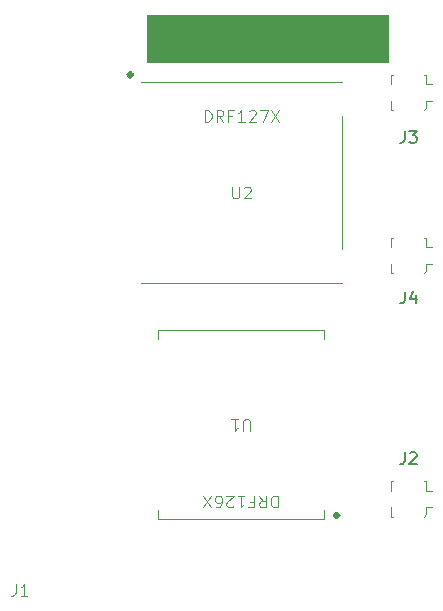
<source format=gbr>
%TF.GenerationSoftware,KiCad,Pcbnew,9.0.3*%
%TF.CreationDate,2025-08-29T17:45:50+02:00*%
%TF.ProjectId,RadioHAT_Card_Dorji,52616469-6f48-4415-945f-436172645f44,rev?*%
%TF.SameCoordinates,Original*%
%TF.FileFunction,Legend,Top*%
%TF.FilePolarity,Positive*%
%FSLAX46Y46*%
G04 Gerber Fmt 4.6, Leading zero omitted, Abs format (unit mm)*
G04 Created by KiCad (PCBNEW 9.0.3) date 2025-08-29 17:45:50*
%MOMM*%
%LPD*%
G01*
G04 APERTURE LIST*
%ADD10C,0.100000*%
%ADD11C,0.150000*%
%ADD12C,0.120000*%
%ADD13C,0.350000*%
G04 APERTURE END LIST*
D10*
X122600000Y-70000000D02*
X143000000Y-70000000D01*
X143000000Y-74000000D01*
X122600000Y-74000000D01*
X122600000Y-70000000D01*
G36*
X122600000Y-70000000D02*
G01*
X143000000Y-70000000D01*
X143000000Y-74000000D01*
X122600000Y-74000000D01*
X122600000Y-70000000D01*
G37*
X111516666Y-118207419D02*
X111516666Y-118921704D01*
X111516666Y-118921704D02*
X111469047Y-119064561D01*
X111469047Y-119064561D02*
X111373809Y-119159800D01*
X111373809Y-119159800D02*
X111230952Y-119207419D01*
X111230952Y-119207419D02*
X111135714Y-119207419D01*
X112516666Y-119207419D02*
X111945238Y-119207419D01*
X112230952Y-119207419D02*
X112230952Y-118207419D01*
X112230952Y-118207419D02*
X112135714Y-118350276D01*
X112135714Y-118350276D02*
X112040476Y-118445514D01*
X112040476Y-118445514D02*
X111945238Y-118493133D01*
D11*
X144466666Y-93442319D02*
X144466666Y-94156604D01*
X144466666Y-94156604D02*
X144419047Y-94299461D01*
X144419047Y-94299461D02*
X144323809Y-94394700D01*
X144323809Y-94394700D02*
X144180952Y-94442319D01*
X144180952Y-94442319D02*
X144085714Y-94442319D01*
X145371428Y-93775652D02*
X145371428Y-94442319D01*
X145133333Y-93394700D02*
X144895238Y-94108985D01*
X144895238Y-94108985D02*
X145514285Y-94108985D01*
X144466666Y-107054819D02*
X144466666Y-107769104D01*
X144466666Y-107769104D02*
X144419047Y-107911961D01*
X144419047Y-107911961D02*
X144323809Y-108007200D01*
X144323809Y-108007200D02*
X144180952Y-108054819D01*
X144180952Y-108054819D02*
X144085714Y-108054819D01*
X144895238Y-107150057D02*
X144942857Y-107102438D01*
X144942857Y-107102438D02*
X145038095Y-107054819D01*
X145038095Y-107054819D02*
X145276190Y-107054819D01*
X145276190Y-107054819D02*
X145371428Y-107102438D01*
X145371428Y-107102438D02*
X145419047Y-107150057D01*
X145419047Y-107150057D02*
X145466666Y-107245295D01*
X145466666Y-107245295D02*
X145466666Y-107340533D01*
X145466666Y-107340533D02*
X145419047Y-107483390D01*
X145419047Y-107483390D02*
X144847619Y-108054819D01*
X144847619Y-108054819D02*
X145466666Y-108054819D01*
D10*
X131361904Y-105242580D02*
X131361904Y-104433057D01*
X131361904Y-104433057D02*
X131314285Y-104337819D01*
X131314285Y-104337819D02*
X131266666Y-104290200D01*
X131266666Y-104290200D02*
X131171428Y-104242580D01*
X131171428Y-104242580D02*
X130980952Y-104242580D01*
X130980952Y-104242580D02*
X130885714Y-104290200D01*
X130885714Y-104290200D02*
X130838095Y-104337819D01*
X130838095Y-104337819D02*
X130790476Y-104433057D01*
X130790476Y-104433057D02*
X130790476Y-105242580D01*
X129790476Y-104242580D02*
X130361904Y-104242580D01*
X130076190Y-104242580D02*
X130076190Y-105242580D01*
X130076190Y-105242580D02*
X130171428Y-105099723D01*
X130171428Y-105099723D02*
X130266666Y-105004485D01*
X130266666Y-105004485D02*
X130361904Y-104956866D01*
X133696115Y-110727580D02*
X133696115Y-111727580D01*
X133696115Y-111727580D02*
X133458020Y-111727580D01*
X133458020Y-111727580D02*
X133315163Y-111679961D01*
X133315163Y-111679961D02*
X133219925Y-111584723D01*
X133219925Y-111584723D02*
X133172306Y-111489485D01*
X133172306Y-111489485D02*
X133124687Y-111299009D01*
X133124687Y-111299009D02*
X133124687Y-111156152D01*
X133124687Y-111156152D02*
X133172306Y-110965676D01*
X133172306Y-110965676D02*
X133219925Y-110870438D01*
X133219925Y-110870438D02*
X133315163Y-110775200D01*
X133315163Y-110775200D02*
X133458020Y-110727580D01*
X133458020Y-110727580D02*
X133696115Y-110727580D01*
X132124687Y-110727580D02*
X132458020Y-111203771D01*
X132696115Y-110727580D02*
X132696115Y-111727580D01*
X132696115Y-111727580D02*
X132315163Y-111727580D01*
X132315163Y-111727580D02*
X132219925Y-111679961D01*
X132219925Y-111679961D02*
X132172306Y-111632342D01*
X132172306Y-111632342D02*
X132124687Y-111537104D01*
X132124687Y-111537104D02*
X132124687Y-111394247D01*
X132124687Y-111394247D02*
X132172306Y-111299009D01*
X132172306Y-111299009D02*
X132219925Y-111251390D01*
X132219925Y-111251390D02*
X132315163Y-111203771D01*
X132315163Y-111203771D02*
X132696115Y-111203771D01*
X131362782Y-111251390D02*
X131696115Y-111251390D01*
X131696115Y-110727580D02*
X131696115Y-111727580D01*
X131696115Y-111727580D02*
X131219925Y-111727580D01*
X130315163Y-110727580D02*
X130886591Y-110727580D01*
X130600877Y-110727580D02*
X130600877Y-111727580D01*
X130600877Y-111727580D02*
X130696115Y-111584723D01*
X130696115Y-111584723D02*
X130791353Y-111489485D01*
X130791353Y-111489485D02*
X130886591Y-111441866D01*
X129934210Y-111632342D02*
X129886591Y-111679961D01*
X129886591Y-111679961D02*
X129791353Y-111727580D01*
X129791353Y-111727580D02*
X129553258Y-111727580D01*
X129553258Y-111727580D02*
X129458020Y-111679961D01*
X129458020Y-111679961D02*
X129410401Y-111632342D01*
X129410401Y-111632342D02*
X129362782Y-111537104D01*
X129362782Y-111537104D02*
X129362782Y-111441866D01*
X129362782Y-111441866D02*
X129410401Y-111299009D01*
X129410401Y-111299009D02*
X129981829Y-110727580D01*
X129981829Y-110727580D02*
X129362782Y-110727580D01*
X128505639Y-111727580D02*
X128696115Y-111727580D01*
X128696115Y-111727580D02*
X128791353Y-111679961D01*
X128791353Y-111679961D02*
X128838972Y-111632342D01*
X128838972Y-111632342D02*
X128934210Y-111489485D01*
X128934210Y-111489485D02*
X128981829Y-111299009D01*
X128981829Y-111299009D02*
X128981829Y-110918057D01*
X128981829Y-110918057D02*
X128934210Y-110822819D01*
X128934210Y-110822819D02*
X128886591Y-110775200D01*
X128886591Y-110775200D02*
X128791353Y-110727580D01*
X128791353Y-110727580D02*
X128600877Y-110727580D01*
X128600877Y-110727580D02*
X128505639Y-110775200D01*
X128505639Y-110775200D02*
X128458020Y-110822819D01*
X128458020Y-110822819D02*
X128410401Y-110918057D01*
X128410401Y-110918057D02*
X128410401Y-111156152D01*
X128410401Y-111156152D02*
X128458020Y-111251390D01*
X128458020Y-111251390D02*
X128505639Y-111299009D01*
X128505639Y-111299009D02*
X128600877Y-111346628D01*
X128600877Y-111346628D02*
X128791353Y-111346628D01*
X128791353Y-111346628D02*
X128886591Y-111299009D01*
X128886591Y-111299009D02*
X128934210Y-111251390D01*
X128934210Y-111251390D02*
X128981829Y-111156152D01*
X128077067Y-111727580D02*
X127410401Y-110727580D01*
X127410401Y-111727580D02*
X128077067Y-110727580D01*
D11*
X144466666Y-79842319D02*
X144466666Y-80556604D01*
X144466666Y-80556604D02*
X144419047Y-80699461D01*
X144419047Y-80699461D02*
X144323809Y-80794700D01*
X144323809Y-80794700D02*
X144180952Y-80842319D01*
X144180952Y-80842319D02*
X144085714Y-80842319D01*
X144847619Y-79842319D02*
X145466666Y-79842319D01*
X145466666Y-79842319D02*
X145133333Y-80223271D01*
X145133333Y-80223271D02*
X145276190Y-80223271D01*
X145276190Y-80223271D02*
X145371428Y-80270890D01*
X145371428Y-80270890D02*
X145419047Y-80318509D01*
X145419047Y-80318509D02*
X145466666Y-80413747D01*
X145466666Y-80413747D02*
X145466666Y-80651842D01*
X145466666Y-80651842D02*
X145419047Y-80747080D01*
X145419047Y-80747080D02*
X145371428Y-80794700D01*
X145371428Y-80794700D02*
X145276190Y-80842319D01*
X145276190Y-80842319D02*
X144990476Y-80842319D01*
X144990476Y-80842319D02*
X144895238Y-80794700D01*
X144895238Y-80794700D02*
X144847619Y-80747080D01*
D10*
X129863095Y-84557419D02*
X129863095Y-85366942D01*
X129863095Y-85366942D02*
X129910714Y-85462180D01*
X129910714Y-85462180D02*
X129958333Y-85509800D01*
X129958333Y-85509800D02*
X130053571Y-85557419D01*
X130053571Y-85557419D02*
X130244047Y-85557419D01*
X130244047Y-85557419D02*
X130339285Y-85509800D01*
X130339285Y-85509800D02*
X130386904Y-85462180D01*
X130386904Y-85462180D02*
X130434523Y-85366942D01*
X130434523Y-85366942D02*
X130434523Y-84557419D01*
X130863095Y-84652657D02*
X130910714Y-84605038D01*
X130910714Y-84605038D02*
X131005952Y-84557419D01*
X131005952Y-84557419D02*
X131244047Y-84557419D01*
X131244047Y-84557419D02*
X131339285Y-84605038D01*
X131339285Y-84605038D02*
X131386904Y-84652657D01*
X131386904Y-84652657D02*
X131434523Y-84747895D01*
X131434523Y-84747895D02*
X131434523Y-84843133D01*
X131434523Y-84843133D02*
X131386904Y-84985990D01*
X131386904Y-84985990D02*
X130815476Y-85557419D01*
X130815476Y-85557419D02*
X131434523Y-85557419D01*
X127528884Y-79072419D02*
X127528884Y-78072419D01*
X127528884Y-78072419D02*
X127766979Y-78072419D01*
X127766979Y-78072419D02*
X127909836Y-78120038D01*
X127909836Y-78120038D02*
X128005074Y-78215276D01*
X128005074Y-78215276D02*
X128052693Y-78310514D01*
X128052693Y-78310514D02*
X128100312Y-78500990D01*
X128100312Y-78500990D02*
X128100312Y-78643847D01*
X128100312Y-78643847D02*
X128052693Y-78834323D01*
X128052693Y-78834323D02*
X128005074Y-78929561D01*
X128005074Y-78929561D02*
X127909836Y-79024800D01*
X127909836Y-79024800D02*
X127766979Y-79072419D01*
X127766979Y-79072419D02*
X127528884Y-79072419D01*
X129100312Y-79072419D02*
X128766979Y-78596228D01*
X128528884Y-79072419D02*
X128528884Y-78072419D01*
X128528884Y-78072419D02*
X128909836Y-78072419D01*
X128909836Y-78072419D02*
X129005074Y-78120038D01*
X129005074Y-78120038D02*
X129052693Y-78167657D01*
X129052693Y-78167657D02*
X129100312Y-78262895D01*
X129100312Y-78262895D02*
X129100312Y-78405752D01*
X129100312Y-78405752D02*
X129052693Y-78500990D01*
X129052693Y-78500990D02*
X129005074Y-78548609D01*
X129005074Y-78548609D02*
X128909836Y-78596228D01*
X128909836Y-78596228D02*
X128528884Y-78596228D01*
X129862217Y-78548609D02*
X129528884Y-78548609D01*
X129528884Y-79072419D02*
X129528884Y-78072419D01*
X129528884Y-78072419D02*
X130005074Y-78072419D01*
X130909836Y-79072419D02*
X130338408Y-79072419D01*
X130624122Y-79072419D02*
X130624122Y-78072419D01*
X130624122Y-78072419D02*
X130528884Y-78215276D01*
X130528884Y-78215276D02*
X130433646Y-78310514D01*
X130433646Y-78310514D02*
X130338408Y-78358133D01*
X131290789Y-78167657D02*
X131338408Y-78120038D01*
X131338408Y-78120038D02*
X131433646Y-78072419D01*
X131433646Y-78072419D02*
X131671741Y-78072419D01*
X131671741Y-78072419D02*
X131766979Y-78120038D01*
X131766979Y-78120038D02*
X131814598Y-78167657D01*
X131814598Y-78167657D02*
X131862217Y-78262895D01*
X131862217Y-78262895D02*
X131862217Y-78358133D01*
X131862217Y-78358133D02*
X131814598Y-78500990D01*
X131814598Y-78500990D02*
X131243170Y-79072419D01*
X131243170Y-79072419D02*
X131862217Y-79072419D01*
X132195551Y-78072419D02*
X132862217Y-78072419D01*
X132862217Y-78072419D02*
X132433646Y-79072419D01*
X133147932Y-78072419D02*
X133814598Y-79072419D01*
X133814598Y-78072419D02*
X133147932Y-79072419D01*
D12*
%TO.C,J4*%
X143300000Y-88887500D02*
X143500000Y-88887500D01*
X143300000Y-89687500D02*
X143300000Y-88887500D01*
X143300000Y-91887500D02*
X143300000Y-91087500D01*
X143500000Y-91887500D02*
X143300000Y-91887500D01*
X146100000Y-88887500D02*
X146300000Y-88887500D01*
X146300000Y-88887500D02*
X146300000Y-89687500D01*
X146300000Y-89687500D02*
X146800000Y-89687500D01*
X146300000Y-91087500D02*
X146300000Y-91687500D01*
X146300000Y-91087500D02*
X146800000Y-91087500D01*
X146300000Y-91687500D02*
X146100000Y-91887500D01*
%TO.C,J2*%
X143300000Y-109500000D02*
X143500000Y-109500000D01*
X143300000Y-110300000D02*
X143300000Y-109500000D01*
X143300000Y-112500000D02*
X143300000Y-111700000D01*
X143500000Y-112500000D02*
X143300000Y-112500000D01*
X146100000Y-109500000D02*
X146300000Y-109500000D01*
X146300000Y-109500000D02*
X146300000Y-110300000D01*
X146300000Y-110300000D02*
X146800000Y-110300000D01*
X146300000Y-111700000D02*
X146300000Y-112300000D01*
X146300000Y-111700000D02*
X146800000Y-111700000D01*
X146300000Y-112300000D02*
X146100000Y-112500000D01*
D10*
%TO.C,U1*%
X123600000Y-96700000D02*
X123600000Y-97500000D01*
X123600000Y-112700000D02*
X123600000Y-111900000D01*
X137600000Y-96700000D02*
X123600000Y-96700000D01*
X137600000Y-97500000D02*
X137600000Y-96700000D01*
X137600000Y-111900000D02*
X137600000Y-112700000D01*
X137600000Y-112700000D02*
X123600000Y-112700000D01*
D13*
X138875000Y-112400000D02*
G75*
G02*
X138525000Y-112400000I-175000J0D01*
G01*
X138525000Y-112400000D02*
G75*
G02*
X138875000Y-112400000I175000J0D01*
G01*
D12*
%TO.C,J3*%
X143300000Y-75087500D02*
X143500000Y-75087500D01*
X143300000Y-75887500D02*
X143300000Y-75087500D01*
X143300000Y-78087500D02*
X143300000Y-77287500D01*
X143500000Y-78087500D02*
X143300000Y-78087500D01*
X146100000Y-75087500D02*
X146300000Y-75087500D01*
X146300000Y-75087500D02*
X146300000Y-75887500D01*
X146300000Y-75887500D02*
X146800000Y-75887500D01*
X146300000Y-77287500D02*
X146300000Y-77887500D01*
X146300000Y-77287500D02*
X146800000Y-77287500D01*
X146300000Y-77887500D02*
X146100000Y-78087500D01*
D10*
%TO.C,U2*%
X122125000Y-75700000D02*
X139125000Y-75700000D01*
X122125000Y-92700000D02*
X139125000Y-92700000D01*
X139125000Y-78600000D02*
X139125000Y-89800000D01*
D13*
X121400000Y-75100000D02*
G75*
G02*
X121050000Y-75100000I-175000J0D01*
G01*
X121050000Y-75100000D02*
G75*
G02*
X121400000Y-75100000I175000J0D01*
G01*
%TD*%
M02*

</source>
